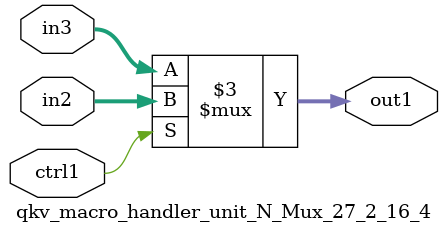
<source format=v>

`timescale 1ps / 1ps


module qkv_macro_handler_unit_N_Mux_27_2_16_4( in3, in2, ctrl1, out1 );

    input [26:0] in3;
    input [26:0] in2;
    input ctrl1;
    output [26:0] out1;
    reg [26:0] out1;

    
    // rtl_process:qkv_macro_handler_unit_N_Mux_27_2_16_4/qkv_macro_handler_unit_N_Mux_27_2_16_4_thread_1
    always @*
      begin : qkv_macro_handler_unit_N_Mux_27_2_16_4_thread_1
        case (ctrl1) 
          1'b1: 
            begin
              out1 = in2;
            end
          default: 
            begin
              out1 = in3;
            end
        endcase
      end

endmodule


</source>
